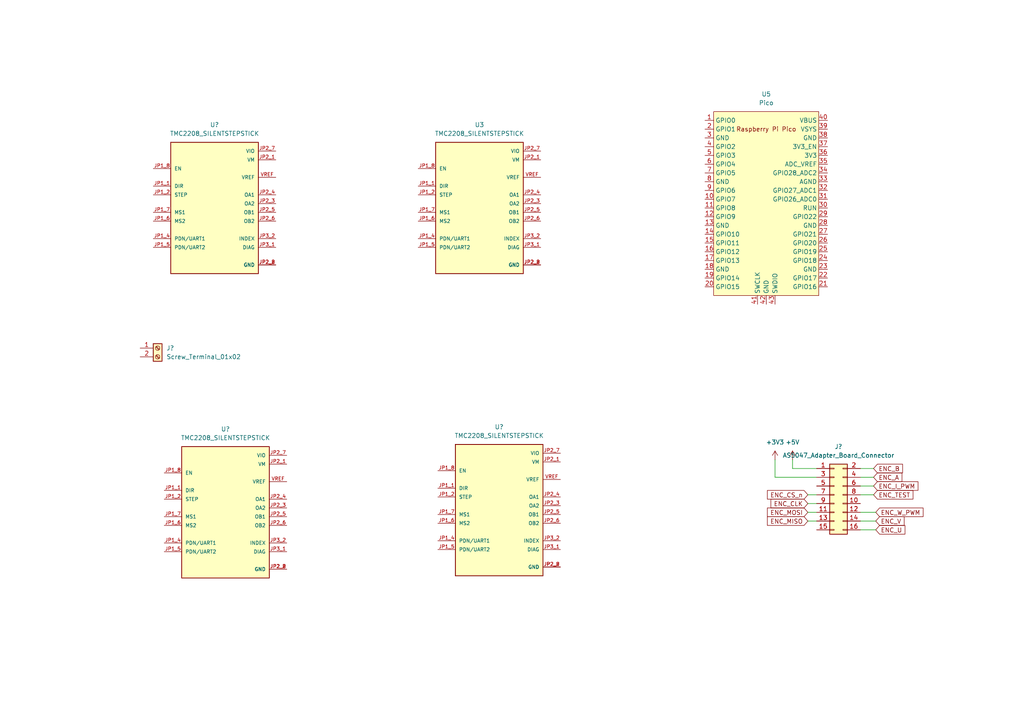
<source format=kicad_sch>
(kicad_sch (version 20211123) (generator eeschema)

  (uuid db16805b-3971-4a00-8713-9cc3e30b3bce)

  (paper "A4")

  (lib_symbols
    (symbol "Connector:Screw_Terminal_01x02" (pin_names (offset 1.016) hide) (in_bom yes) (on_board yes)
      (property "Reference" "J" (id 0) (at 0 2.54 0)
        (effects (font (size 1.27 1.27)))
      )
      (property "Value" "Screw_Terminal_01x02" (id 1) (at 0 -5.08 0)
        (effects (font (size 1.27 1.27)))
      )
      (property "Footprint" "" (id 2) (at 0 0 0)
        (effects (font (size 1.27 1.27)) hide)
      )
      (property "Datasheet" "~" (id 3) (at 0 0 0)
        (effects (font (size 1.27 1.27)) hide)
      )
      (property "ki_keywords" "screw terminal" (id 4) (at 0 0 0)
        (effects (font (size 1.27 1.27)) hide)
      )
      (property "ki_description" "Generic screw terminal, single row, 01x02, script generated (kicad-library-utils/schlib/autogen/connector/)" (id 5) (at 0 0 0)
        (effects (font (size 1.27 1.27)) hide)
      )
      (property "ki_fp_filters" "TerminalBlock*:*" (id 6) (at 0 0 0)
        (effects (font (size 1.27 1.27)) hide)
      )
      (symbol "Screw_Terminal_01x02_1_1"
        (rectangle (start -1.27 1.27) (end 1.27 -3.81)
          (stroke (width 0.254) (type default) (color 0 0 0 0))
          (fill (type background))
        )
        (circle (center 0 -2.54) (radius 0.635)
          (stroke (width 0.1524) (type default) (color 0 0 0 0))
          (fill (type none))
        )
        (polyline
          (pts
            (xy -0.5334 -2.2098)
            (xy 0.3302 -3.048)
          )
          (stroke (width 0.1524) (type default) (color 0 0 0 0))
          (fill (type none))
        )
        (polyline
          (pts
            (xy -0.5334 0.3302)
            (xy 0.3302 -0.508)
          )
          (stroke (width 0.1524) (type default) (color 0 0 0 0))
          (fill (type none))
        )
        (polyline
          (pts
            (xy -0.3556 -2.032)
            (xy 0.508 -2.8702)
          )
          (stroke (width 0.1524) (type default) (color 0 0 0 0))
          (fill (type none))
        )
        (polyline
          (pts
            (xy -0.3556 0.508)
            (xy 0.508 -0.3302)
          )
          (stroke (width 0.1524) (type default) (color 0 0 0 0))
          (fill (type none))
        )
        (circle (center 0 0) (radius 0.635)
          (stroke (width 0.1524) (type default) (color 0 0 0 0))
          (fill (type none))
        )
        (pin passive line (at -5.08 0 0) (length 3.81)
          (name "Pin_1" (effects (font (size 1.27 1.27))))
          (number "1" (effects (font (size 1.27 1.27))))
        )
        (pin passive line (at -5.08 -2.54 0) (length 3.81)
          (name "Pin_2" (effects (font (size 1.27 1.27))))
          (number "2" (effects (font (size 1.27 1.27))))
        )
      )
    )
    (symbol "Connector_Generic:Conn_02x08_Odd_Even" (pin_names (offset 1.016) hide) (in_bom yes) (on_board yes)
      (property "Reference" "J" (id 0) (at 1.27 10.16 0)
        (effects (font (size 1.27 1.27)))
      )
      (property "Value" "Conn_02x08_Odd_Even" (id 1) (at 1.27 -12.7 0)
        (effects (font (size 1.27 1.27)))
      )
      (property "Footprint" "" (id 2) (at 0 0 0)
        (effects (font (size 1.27 1.27)) hide)
      )
      (property "Datasheet" "~" (id 3) (at 0 0 0)
        (effects (font (size 1.27 1.27)) hide)
      )
      (property "ki_keywords" "connector" (id 4) (at 0 0 0)
        (effects (font (size 1.27 1.27)) hide)
      )
      (property "ki_description" "Generic connector, double row, 02x08, odd/even pin numbering scheme (row 1 odd numbers, row 2 even numbers), script generated (kicad-library-utils/schlib/autogen/connector/)" (id 5) (at 0 0 0)
        (effects (font (size 1.27 1.27)) hide)
      )
      (property "ki_fp_filters" "Connector*:*_2x??_*" (id 6) (at 0 0 0)
        (effects (font (size 1.27 1.27)) hide)
      )
      (symbol "Conn_02x08_Odd_Even_1_1"
        (rectangle (start -1.27 -10.033) (end 0 -10.287)
          (stroke (width 0.1524) (type default) (color 0 0 0 0))
          (fill (type none))
        )
        (rectangle (start -1.27 -7.493) (end 0 -7.747)
          (stroke (width 0.1524) (type default) (color 0 0 0 0))
          (fill (type none))
        )
        (rectangle (start -1.27 -4.953) (end 0 -5.207)
          (stroke (width 0.1524) (type default) (color 0 0 0 0))
          (fill (type none))
        )
        (rectangle (start -1.27 -2.413) (end 0 -2.667)
          (stroke (width 0.1524) (type default) (color 0 0 0 0))
          (fill (type none))
        )
        (rectangle (start -1.27 0.127) (end 0 -0.127)
          (stroke (width 0.1524) (type default) (color 0 0 0 0))
          (fill (type none))
        )
        (rectangle (start -1.27 2.667) (end 0 2.413)
          (stroke (width 0.1524) (type default) (color 0 0 0 0))
          (fill (type none))
        )
        (rectangle (start -1.27 5.207) (end 0 4.953)
          (stroke (width 0.1524) (type default) (color 0 0 0 0))
          (fill (type none))
        )
        (rectangle (start -1.27 7.747) (end 0 7.493)
          (stroke (width 0.1524) (type default) (color 0 0 0 0))
          (fill (type none))
        )
        (rectangle (start -1.27 8.89) (end 3.81 -11.43)
          (stroke (width 0.254) (type default) (color 0 0 0 0))
          (fill (type background))
        )
        (rectangle (start 3.81 -10.033) (end 2.54 -10.287)
          (stroke (width 0.1524) (type default) (color 0 0 0 0))
          (fill (type none))
        )
        (rectangle (start 3.81 -7.493) (end 2.54 -7.747)
          (stroke (width 0.1524) (type default) (color 0 0 0 0))
          (fill (type none))
        )
        (rectangle (start 3.81 -4.953) (end 2.54 -5.207)
          (stroke (width 0.1524) (type default) (color 0 0 0 0))
          (fill (type none))
        )
        (rectangle (start 3.81 -2.413) (end 2.54 -2.667)
          (stroke (width 0.1524) (type default) (color 0 0 0 0))
          (fill (type none))
        )
        (rectangle (start 3.81 0.127) (end 2.54 -0.127)
          (stroke (width 0.1524) (type default) (color 0 0 0 0))
          (fill (type none))
        )
        (rectangle (start 3.81 2.667) (end 2.54 2.413)
          (stroke (width 0.1524) (type default) (color 0 0 0 0))
          (fill (type none))
        )
        (rectangle (start 3.81 5.207) (end 2.54 4.953)
          (stroke (width 0.1524) (type default) (color 0 0 0 0))
          (fill (type none))
        )
        (rectangle (start 3.81 7.747) (end 2.54 7.493)
          (stroke (width 0.1524) (type default) (color 0 0 0 0))
          (fill (type none))
        )
        (pin passive line (at -5.08 7.62 0) (length 3.81)
          (name "Pin_1" (effects (font (size 1.27 1.27))))
          (number "1" (effects (font (size 1.27 1.27))))
        )
        (pin passive line (at 7.62 -2.54 180) (length 3.81)
          (name "Pin_10" (effects (font (size 1.27 1.27))))
          (number "10" (effects (font (size 1.27 1.27))))
        )
        (pin passive line (at -5.08 -5.08 0) (length 3.81)
          (name "Pin_11" (effects (font (size 1.27 1.27))))
          (number "11" (effects (font (size 1.27 1.27))))
        )
        (pin passive line (at 7.62 -5.08 180) (length 3.81)
          (name "Pin_12" (effects (font (size 1.27 1.27))))
          (number "12" (effects (font (size 1.27 1.27))))
        )
        (pin passive line (at -5.08 -7.62 0) (length 3.81)
          (name "Pin_13" (effects (font (size 1.27 1.27))))
          (number "13" (effects (font (size 1.27 1.27))))
        )
        (pin passive line (at 7.62 -7.62 180) (length 3.81)
          (name "Pin_14" (effects (font (size 1.27 1.27))))
          (number "14" (effects (font (size 1.27 1.27))))
        )
        (pin passive line (at -5.08 -10.16 0) (length 3.81)
          (name "Pin_15" (effects (font (size 1.27 1.27))))
          (number "15" (effects (font (size 1.27 1.27))))
        )
        (pin passive line (at 7.62 -10.16 180) (length 3.81)
          (name "Pin_16" (effects (font (size 1.27 1.27))))
          (number "16" (effects (font (size 1.27 1.27))))
        )
        (pin passive line (at 7.62 7.62 180) (length 3.81)
          (name "Pin_2" (effects (font (size 1.27 1.27))))
          (number "2" (effects (font (size 1.27 1.27))))
        )
        (pin passive line (at -5.08 5.08 0) (length 3.81)
          (name "Pin_3" (effects (font (size 1.27 1.27))))
          (number "3" (effects (font (size 1.27 1.27))))
        )
        (pin passive line (at 7.62 5.08 180) (length 3.81)
          (name "Pin_4" (effects (font (size 1.27 1.27))))
          (number "4" (effects (font (size 1.27 1.27))))
        )
        (pin passive line (at -5.08 2.54 0) (length 3.81)
          (name "Pin_5" (effects (font (size 1.27 1.27))))
          (number "5" (effects (font (size 1.27 1.27))))
        )
        (pin passive line (at 7.62 2.54 180) (length 3.81)
          (name "Pin_6" (effects (font (size 1.27 1.27))))
          (number "6" (effects (font (size 1.27 1.27))))
        )
        (pin passive line (at -5.08 0 0) (length 3.81)
          (name "Pin_7" (effects (font (size 1.27 1.27))))
          (number "7" (effects (font (size 1.27 1.27))))
        )
        (pin passive line (at 7.62 0 180) (length 3.81)
          (name "Pin_8" (effects (font (size 1.27 1.27))))
          (number "8" (effects (font (size 1.27 1.27))))
        )
        (pin passive line (at -5.08 -2.54 0) (length 3.81)
          (name "Pin_9" (effects (font (size 1.27 1.27))))
          (number "9" (effects (font (size 1.27 1.27))))
        )
      )
    )
    (symbol "birdyboard_library:Pico" (in_bom yes) (on_board yes)
      (property "Reference" "U" (id 0) (at -13.97 27.94 0)
        (effects (font (size 1.27 1.27)))
      )
      (property "Value" "Pico" (id 1) (at 0 19.05 0)
        (effects (font (size 1.27 1.27)))
      )
      (property "Footprint" "MCU_RaspberryPi_and_Boards:RPi_Pico_SMD_TH" (id 2) (at 0 0 90)
        (effects (font (size 1.27 1.27)) hide)
      )
      (property "Datasheet" "" (id 3) (at 0 0 0)
        (effects (font (size 1.27 1.27)) hide)
      )
      (symbol "Pico_0_0"
        (text "Raspberry Pi Pico" (at 0 21.59 0)
          (effects (font (size 1.27 1.27)))
        )
      )
      (symbol "Pico_0_1"
        (rectangle (start -15.24 26.67) (end 15.24 -26.67)
          (stroke (width 0) (type default) (color 0 0 0 0))
          (fill (type background))
        )
      )
      (symbol "Pico_1_1"
        (pin bidirectional line (at -17.78 24.13 0) (length 2.54)
          (name "GPIO0" (effects (font (size 1.27 1.27))))
          (number "1" (effects (font (size 1.27 1.27))))
        )
        (pin bidirectional line (at -17.78 1.27 0) (length 2.54)
          (name "GPIO7" (effects (font (size 1.27 1.27))))
          (number "10" (effects (font (size 1.27 1.27))))
        )
        (pin bidirectional line (at -17.78 -1.27 0) (length 2.54)
          (name "GPIO8" (effects (font (size 1.27 1.27))))
          (number "11" (effects (font (size 1.27 1.27))))
        )
        (pin bidirectional line (at -17.78 -3.81 0) (length 2.54)
          (name "GPIO9" (effects (font (size 1.27 1.27))))
          (number "12" (effects (font (size 1.27 1.27))))
        )
        (pin power_in line (at -17.78 -6.35 0) (length 2.54)
          (name "GND" (effects (font (size 1.27 1.27))))
          (number "13" (effects (font (size 1.27 1.27))))
        )
        (pin bidirectional line (at -17.78 -8.89 0) (length 2.54)
          (name "GPIO10" (effects (font (size 1.27 1.27))))
          (number "14" (effects (font (size 1.27 1.27))))
        )
        (pin bidirectional line (at -17.78 -11.43 0) (length 2.54)
          (name "GPIO11" (effects (font (size 1.27 1.27))))
          (number "15" (effects (font (size 1.27 1.27))))
        )
        (pin bidirectional line (at -17.78 -13.97 0) (length 2.54)
          (name "GPIO12" (effects (font (size 1.27 1.27))))
          (number "16" (effects (font (size 1.27 1.27))))
        )
        (pin bidirectional line (at -17.78 -16.51 0) (length 2.54)
          (name "GPIO13" (effects (font (size 1.27 1.27))))
          (number "17" (effects (font (size 1.27 1.27))))
        )
        (pin power_in line (at -17.78 -19.05 0) (length 2.54)
          (name "GND" (effects (font (size 1.27 1.27))))
          (number "18" (effects (font (size 1.27 1.27))))
        )
        (pin bidirectional line (at -17.78 -21.59 0) (length 2.54)
          (name "GPIO14" (effects (font (size 1.27 1.27))))
          (number "19" (effects (font (size 1.27 1.27))))
        )
        (pin bidirectional line (at -17.78 21.59 0) (length 2.54)
          (name "GPIO1" (effects (font (size 1.27 1.27))))
          (number "2" (effects (font (size 1.27 1.27))))
        )
        (pin bidirectional line (at -17.78 -24.13 0) (length 2.54)
          (name "GPIO15" (effects (font (size 1.27 1.27))))
          (number "20" (effects (font (size 1.27 1.27))))
        )
        (pin bidirectional line (at 17.78 -24.13 180) (length 2.54)
          (name "GPIO16" (effects (font (size 1.27 1.27))))
          (number "21" (effects (font (size 1.27 1.27))))
        )
        (pin bidirectional line (at 17.78 -21.59 180) (length 2.54)
          (name "GPIO17" (effects (font (size 1.27 1.27))))
          (number "22" (effects (font (size 1.27 1.27))))
        )
        (pin power_in line (at 17.78 -19.05 180) (length 2.54)
          (name "GND" (effects (font (size 1.27 1.27))))
          (number "23" (effects (font (size 1.27 1.27))))
        )
        (pin bidirectional line (at 17.78 -16.51 180) (length 2.54)
          (name "GPIO18" (effects (font (size 1.27 1.27))))
          (number "24" (effects (font (size 1.27 1.27))))
        )
        (pin bidirectional line (at 17.78 -13.97 180) (length 2.54)
          (name "GPIO19" (effects (font (size 1.27 1.27))))
          (number "25" (effects (font (size 1.27 1.27))))
        )
        (pin bidirectional line (at 17.78 -11.43 180) (length 2.54)
          (name "GPIO20" (effects (font (size 1.27 1.27))))
          (number "26" (effects (font (size 1.27 1.27))))
        )
        (pin bidirectional line (at 17.78 -8.89 180) (length 2.54)
          (name "GPIO21" (effects (font (size 1.27 1.27))))
          (number "27" (effects (font (size 1.27 1.27))))
        )
        (pin power_in line (at 17.78 -6.35 180) (length 2.54)
          (name "GND" (effects (font (size 1.27 1.27))))
          (number "28" (effects (font (size 1.27 1.27))))
        )
        (pin bidirectional line (at 17.78 -3.81 180) (length 2.54)
          (name "GPIO22" (effects (font (size 1.27 1.27))))
          (number "29" (effects (font (size 1.27 1.27))))
        )
        (pin power_in line (at -17.78 19.05 0) (length 2.54)
          (name "GND" (effects (font (size 1.27 1.27))))
          (number "3" (effects (font (size 1.27 1.27))))
        )
        (pin input line (at 17.78 -1.27 180) (length 2.54)
          (name "RUN" (effects (font (size 1.27 1.27))))
          (number "30" (effects (font (size 1.27 1.27))))
        )
        (pin bidirectional line (at 17.78 1.27 180) (length 2.54)
          (name "GPIO26_ADC0" (effects (font (size 1.27 1.27))))
          (number "31" (effects (font (size 1.27 1.27))))
        )
        (pin bidirectional line (at 17.78 3.81 180) (length 2.54)
          (name "GPIO27_ADC1" (effects (font (size 1.27 1.27))))
          (number "32" (effects (font (size 1.27 1.27))))
        )
        (pin power_in line (at 17.78 6.35 180) (length 2.54)
          (name "AGND" (effects (font (size 1.27 1.27))))
          (number "33" (effects (font (size 1.27 1.27))))
        )
        (pin bidirectional line (at 17.78 8.89 180) (length 2.54)
          (name "GPIO28_ADC2" (effects (font (size 1.27 1.27))))
          (number "34" (effects (font (size 1.27 1.27))))
        )
        (pin power_in line (at 17.78 11.43 180) (length 2.54)
          (name "ADC_VREF" (effects (font (size 1.27 1.27))))
          (number "35" (effects (font (size 1.27 1.27))))
        )
        (pin power_in line (at 17.78 13.97 180) (length 2.54)
          (name "3V3" (effects (font (size 1.27 1.27))))
          (number "36" (effects (font (size 1.27 1.27))))
        )
        (pin input line (at 17.78 16.51 180) (length 2.54)
          (name "3V3_EN" (effects (font (size 1.27 1.27))))
          (number "37" (effects (font (size 1.27 1.27))))
        )
        (pin bidirectional line (at 17.78 19.05 180) (length 2.54)
          (name "GND" (effects (font (size 1.27 1.27))))
          (number "38" (effects (font (size 1.27 1.27))))
        )
        (pin power_in line (at 17.78 21.59 180) (length 2.54)
          (name "VSYS" (effects (font (size 1.27 1.27))))
          (number "39" (effects (font (size 1.27 1.27))))
        )
        (pin bidirectional line (at -17.78 16.51 0) (length 2.54)
          (name "GPIO2" (effects (font (size 1.27 1.27))))
          (number "4" (effects (font (size 1.27 1.27))))
        )
        (pin power_in line (at 17.78 24.13 180) (length 2.54)
          (name "VBUS" (effects (font (size 1.27 1.27))))
          (number "40" (effects (font (size 1.27 1.27))))
        )
        (pin input line (at -2.54 -29.21 90) (length 2.54)
          (name "SWCLK" (effects (font (size 1.27 1.27))))
          (number "41" (effects (font (size 1.27 1.27))))
        )
        (pin power_in line (at 0 -29.21 90) (length 2.54)
          (name "GND" (effects (font (size 1.27 1.27))))
          (number "42" (effects (font (size 1.27 1.27))))
        )
        (pin bidirectional line (at 2.54 -29.21 90) (length 2.54)
          (name "SWDIO" (effects (font (size 1.27 1.27))))
          (number "43" (effects (font (size 1.27 1.27))))
        )
        (pin bidirectional line (at -17.78 13.97 0) (length 2.54)
          (name "GPIO3" (effects (font (size 1.27 1.27))))
          (number "5" (effects (font (size 1.27 1.27))))
        )
        (pin bidirectional line (at -17.78 11.43 0) (length 2.54)
          (name "GPIO4" (effects (font (size 1.27 1.27))))
          (number "6" (effects (font (size 1.27 1.27))))
        )
        (pin bidirectional line (at -17.78 8.89 0) (length 2.54)
          (name "GPIO5" (effects (font (size 1.27 1.27))))
          (number "7" (effects (font (size 1.27 1.27))))
        )
        (pin power_in line (at -17.78 6.35 0) (length 2.54)
          (name "GND" (effects (font (size 1.27 1.27))))
          (number "8" (effects (font (size 1.27 1.27))))
        )
        (pin bidirectional line (at -17.78 3.81 0) (length 2.54)
          (name "GPIO6" (effects (font (size 1.27 1.27))))
          (number "9" (effects (font (size 1.27 1.27))))
        )
      )
    )
    (symbol "birdyboard_library:TMC2208_SILENTSTEPSTICK" (pin_names (offset 1.016)) (in_bom yes) (on_board yes)
      (property "Reference" "U" (id 0) (at -12.7 19.05 0)
        (effects (font (size 1.27 1.27)) (justify left bottom))
      )
      (property "Value" "TMC2208_SILENTSTEPSTICK" (id 1) (at -12.7 -22.86 0)
        (effects (font (size 1.27 1.27)) (justify left bottom))
      )
      (property "Footprint" "MODULE_TMC2208_SILENTSTEPSTICK" (id 2) (at 0 0 0)
        (effects (font (size 1.27 1.27)) (justify left bottom) hide)
      )
      (property "Datasheet" "" (id 3) (at 0 0 0)
        (effects (font (size 1.27 1.27)) (justify left bottom) hide)
      )
      (property "MANUFACTURER" "Trinamic Motion" (id 4) (at 0 0 0)
        (effects (font (size 1.27 1.27)) (justify left bottom) hide)
      )
      (property "ki_locked" "" (id 5) (at 0 0 0)
        (effects (font (size 1.27 1.27)))
      )
      (symbol "TMC2208_SILENTSTEPSTICK_0_0"
        (rectangle (start -12.7 -20.32) (end 12.7 17.78)
          (stroke (width 0.254) (type default) (color 0 0 0 0))
          (fill (type background))
        )
        (pin input line (at -17.78 5.08 0) (length 5.08)
          (name "DIR" (effects (font (size 1.016 1.016))))
          (number "JP1_1" (effects (font (size 1.016 1.016))))
        )
        (pin input line (at -17.78 2.54 0) (length 5.08)
          (name "STEP" (effects (font (size 1.016 1.016))))
          (number "JP1_2" (effects (font (size 1.016 1.016))))
        )
        (pin bidirectional line (at -17.78 -10.16 0) (length 5.08)
          (name "PDN/UART1" (effects (font (size 1.016 1.016))))
          (number "JP1_4" (effects (font (size 1.016 1.016))))
        )
        (pin bidirectional line (at -17.78 -12.7 0) (length 5.08)
          (name "PDN/UART2" (effects (font (size 1.016 1.016))))
          (number "JP1_5" (effects (font (size 1.016 1.016))))
        )
        (pin input line (at -17.78 -5.08 0) (length 5.08)
          (name "MS2" (effects (font (size 1.016 1.016))))
          (number "JP1_6" (effects (font (size 1.016 1.016))))
        )
        (pin input line (at -17.78 -2.54 0) (length 5.08)
          (name "MS1" (effects (font (size 1.016 1.016))))
          (number "JP1_7" (effects (font (size 1.016 1.016))))
        )
        (pin input line (at -17.78 10.16 0) (length 5.08)
          (name "EN" (effects (font (size 1.016 1.016))))
          (number "JP1_8" (effects (font (size 1.016 1.016))))
        )
        (pin power_in line (at 17.78 12.7 180) (length 5.08)
          (name "VM" (effects (font (size 1.016 1.016))))
          (number "JP2_1" (effects (font (size 1.016 1.016))))
        )
        (pin power_in line (at 17.78 -17.78 180) (length 5.08)
          (name "GND" (effects (font (size 1.016 1.016))))
          (number "JP2_2" (effects (font (size 1.016 1.016))))
        )
        (pin passive line (at 17.78 0 180) (length 5.08)
          (name "OA2" (effects (font (size 1.016 1.016))))
          (number "JP2_3" (effects (font (size 1.016 1.016))))
        )
        (pin passive line (at 17.78 2.54 180) (length 5.08)
          (name "OA1" (effects (font (size 1.016 1.016))))
          (number "JP2_4" (effects (font (size 1.016 1.016))))
        )
        (pin passive line (at 17.78 -2.54 180) (length 5.08)
          (name "OB1" (effects (font (size 1.016 1.016))))
          (number "JP2_5" (effects (font (size 1.016 1.016))))
        )
        (pin passive line (at 17.78 -5.08 180) (length 5.08)
          (name "OB2" (effects (font (size 1.016 1.016))))
          (number "JP2_6" (effects (font (size 1.016 1.016))))
        )
        (pin power_in line (at 17.78 15.24 180) (length 5.08)
          (name "VIO" (effects (font (size 1.016 1.016))))
          (number "JP2_7" (effects (font (size 1.016 1.016))))
        )
        (pin power_in line (at 17.78 -17.78 180) (length 5.08)
          (name "GND" (effects (font (size 1.016 1.016))))
          (number "JP2_8" (effects (font (size 1.016 1.016))))
        )
        (pin output line (at 17.78 -12.7 180) (length 5.08)
          (name "DIAG" (effects (font (size 1.016 1.016))))
          (number "JP3_1" (effects (font (size 1.016 1.016))))
        )
        (pin output line (at 17.78 -10.16 180) (length 5.08)
          (name "INDEX" (effects (font (size 1.016 1.016))))
          (number "JP3_2" (effects (font (size 1.016 1.016))))
        )
        (pin passive line (at 17.78 7.62 180) (length 5.08)
          (name "VREF" (effects (font (size 1.016 1.016))))
          (number "VREF" (effects (font (size 1.016 1.016))))
        )
      )
    )
    (symbol "power:+3.3V" (power) (pin_names (offset 0)) (in_bom yes) (on_board yes)
      (property "Reference" "#PWR" (id 0) (at 0 -3.81 0)
        (effects (font (size 1.27 1.27)) hide)
      )
      (property "Value" "+3.3V" (id 1) (at 0 3.556 0)
        (effects (font (size 1.27 1.27)))
      )
      (property "Footprint" "" (id 2) (at 0 0 0)
        (effects (font (size 1.27 1.27)) hide)
      )
      (property "Datasheet" "" (id 3) (at 0 0 0)
        (effects (font (size 1.27 1.27)) hide)
      )
      (property "ki_keywords" "power-flag" (id 4) (at 0 0 0)
        (effects (font (size 1.27 1.27)) hide)
      )
      (property "ki_description" "Power symbol creates a global label with name \"+3.3V\"" (id 5) (at 0 0 0)
        (effects (font (size 1.27 1.27)) hide)
      )
      (symbol "+3.3V_0_1"
        (polyline
          (pts
            (xy -0.762 1.27)
            (xy 0 2.54)
          )
          (stroke (width 0) (type default) (color 0 0 0 0))
          (fill (type none))
        )
        (polyline
          (pts
            (xy 0 0)
            (xy 0 2.54)
          )
          (stroke (width 0) (type default) (color 0 0 0 0))
          (fill (type none))
        )
        (polyline
          (pts
            (xy 0 2.54)
            (xy 0.762 1.27)
          )
          (stroke (width 0) (type default) (color 0 0 0 0))
          (fill (type none))
        )
      )
      (symbol "+3.3V_1_1"
        (pin power_in line (at 0 0 90) (length 0) hide
          (name "+3V3" (effects (font (size 1.27 1.27))))
          (number "1" (effects (font (size 1.27 1.27))))
        )
      )
    )
    (symbol "power:+5V" (power) (pin_names (offset 0)) (in_bom yes) (on_board yes)
      (property "Reference" "#PWR" (id 0) (at 0 -3.81 0)
        (effects (font (size 1.27 1.27)) hide)
      )
      (property "Value" "+5V" (id 1) (at 0 3.556 0)
        (effects (font (size 1.27 1.27)))
      )
      (property "Footprint" "" (id 2) (at 0 0 0)
        (effects (font (size 1.27 1.27)) hide)
      )
      (property "Datasheet" "" (id 3) (at 0 0 0)
        (effects (font (size 1.27 1.27)) hide)
      )
      (property "ki_keywords" "power-flag" (id 4) (at 0 0 0)
        (effects (font (size 1.27 1.27)) hide)
      )
      (property "ki_description" "Power symbol creates a global label with name \"+5V\"" (id 5) (at 0 0 0)
        (effects (font (size 1.27 1.27)) hide)
      )
      (symbol "+5V_0_1"
        (polyline
          (pts
            (xy -0.762 1.27)
            (xy 0 2.54)
          )
          (stroke (width 0) (type default) (color 0 0 0 0))
          (fill (type none))
        )
        (polyline
          (pts
            (xy 0 0)
            (xy 0 2.54)
          )
          (stroke (width 0) (type default) (color 0 0 0 0))
          (fill (type none))
        )
        (polyline
          (pts
            (xy 0 2.54)
            (xy 0.762 1.27)
          )
          (stroke (width 0) (type default) (color 0 0 0 0))
          (fill (type none))
        )
      )
      (symbol "+5V_1_1"
        (pin power_in line (at 0 0 90) (length 0) hide
          (name "+5V" (effects (font (size 1.27 1.27))))
          (number "1" (effects (font (size 1.27 1.27))))
        )
      )
    )
  )


  (wire (pts (xy 249.555 140.97) (xy 253.365 140.97))
    (stroke (width 0) (type default) (color 0 0 0 0))
    (uuid 032ff916-7b5d-49b7-b142-d0a5a9a4ddb0)
  )
  (wire (pts (xy 249.555 153.67) (xy 254 153.67))
    (stroke (width 0) (type default) (color 0 0 0 0))
    (uuid 09ffed01-d40d-4b45-b216-0d5c499dbfdf)
  )
  (wire (pts (xy 249.555 148.59) (xy 254 148.59))
    (stroke (width 0) (type default) (color 0 0 0 0))
    (uuid 0de398b7-3f9b-49be-a9e6-144692652e73)
  )
  (wire (pts (xy 234.315 146.05) (xy 236.855 146.05))
    (stroke (width 0) (type default) (color 0 0 0 0))
    (uuid 24b1b4e7-3007-43ae-8ac8-dfa24ea3d21d)
  )
  (wire (pts (xy 249.555 151.13) (xy 254 151.13))
    (stroke (width 0) (type default) (color 0 0 0 0))
    (uuid 4242bea8-7208-4d09-9c21-53f7c7376a76)
  )
  (wire (pts (xy 249.555 143.51) (xy 253.365 143.51))
    (stroke (width 0) (type default) (color 0 0 0 0))
    (uuid 447c558c-911d-4b79-8e08-76b245b4917a)
  )
  (wire (pts (xy 249.555 138.43) (xy 253.365 138.43))
    (stroke (width 0) (type default) (color 0 0 0 0))
    (uuid 5adfa564-011e-4a12-8859-deffc2a0e089)
  )
  (wire (pts (xy 236.855 135.89) (xy 229.87 135.89))
    (stroke (width 0) (type default) (color 0 0 0 0))
    (uuid 61999d92-2e5f-40c7-b5d9-b8a8f065b953)
  )
  (wire (pts (xy 249.555 135.89) (xy 253.365 135.89))
    (stroke (width 0) (type default) (color 0 0 0 0))
    (uuid 89dc1d95-9bc3-4c6e-8ed5-b1ddd80d0a5f)
  )
  (wire (pts (xy 234.315 143.51) (xy 236.855 143.51))
    (stroke (width 0) (type default) (color 0 0 0 0))
    (uuid 8bc4232b-d531-4586-83da-9fe48c419417)
  )
  (wire (pts (xy 224.79 138.43) (xy 224.79 133.35))
    (stroke (width 0) (type default) (color 0 0 0 0))
    (uuid 9fc75f49-8744-4a22-be9e-3025553c6c34)
  )
  (wire (pts (xy 229.87 135.89) (xy 229.87 133.35))
    (stroke (width 0) (type default) (color 0 0 0 0))
    (uuid c0d6ffee-791d-4def-b7df-cedf3d39dcd4)
  )
  (wire (pts (xy 234.315 148.59) (xy 236.855 148.59))
    (stroke (width 0) (type default) (color 0 0 0 0))
    (uuid c3efec42-d126-46aa-a77d-8a34b2a75670)
  )
  (wire (pts (xy 234.315 151.13) (xy 236.855 151.13))
    (stroke (width 0) (type default) (color 0 0 0 0))
    (uuid d5c10d34-5ae0-4a6b-bad8-d4ed4b393fc8)
  )
  (wire (pts (xy 236.855 138.43) (xy 224.79 138.43))
    (stroke (width 0) (type default) (color 0 0 0 0))
    (uuid e32fd503-5f22-4a14-9945-44030953c511)
  )

  (global_label "ENC_TEST" (shape input) (at 253.365 143.51 0) (fields_autoplaced)
    (effects (font (size 1.27 1.27)) (justify left))
    (uuid 25eceb19-a6b1-492e-8cca-eb9e97b57e6f)
    (property "Intersheet References" "${INTERSHEET_REFS}" (id 0) (at 264.7891 143.4306 0)
      (effects (font (size 1.27 1.27)) (justify left) hide)
    )
  )
  (global_label "ENC_U" (shape input) (at 254 153.67 0) (fields_autoplaced)
    (effects (font (size 1.27 1.27)) (justify left))
    (uuid 2ae7cba4-a7b1-4c92-b6a2-f386cab06703)
    (property "Intersheet References" "${INTERSHEET_REFS}" (id 0) (at 262.4607 153.5906 0)
      (effects (font (size 1.27 1.27)) (justify left) hide)
    )
  )
  (global_label "ENC_MISO" (shape input) (at 234.315 151.13 180) (fields_autoplaced)
    (effects (font (size 1.27 1.27)) (justify right))
    (uuid 4682656d-9e37-4774-868c-10502eec6c90)
    (property "Intersheet References" "${INTERSHEET_REFS}" (id 0) (at 222.5886 151.0506 0)
      (effects (font (size 1.27 1.27)) (justify right) hide)
    )
  )
  (global_label "ENC_CLK" (shape input) (at 234.315 146.05 180) (fields_autoplaced)
    (effects (font (size 1.27 1.27)) (justify right))
    (uuid 53cd6fe7-9fad-4ab1-896d-8bc104fb96e0)
    (property "Intersheet References" "${INTERSHEET_REFS}" (id 0) (at 223.6167 145.9706 0)
      (effects (font (size 1.27 1.27)) (justify right) hide)
    )
  )
  (global_label "ENC_V" (shape input) (at 254 151.13 0) (fields_autoplaced)
    (effects (font (size 1.27 1.27)) (justify left))
    (uuid b3cc20c3-5908-4dee-ae26-b4ba5885759b)
    (property "Intersheet References" "${INTERSHEET_REFS}" (id 0) (at 262.2188 151.0506 0)
      (effects (font (size 1.27 1.27)) (justify left) hide)
    )
  )
  (global_label "ENC_A" (shape input) (at 253.365 138.43 0) (fields_autoplaced)
    (effects (font (size 1.27 1.27)) (justify left))
    (uuid b790a872-0357-454e-b5fe-417547b4eb1c)
    (property "Intersheet References" "${INTERSHEET_REFS}" (id 0) (at 261.5838 138.3506 0)
      (effects (font (size 1.27 1.27)) (justify left) hide)
    )
  )
  (global_label "ENC_CS_n" (shape input) (at 234.315 143.51 180) (fields_autoplaced)
    (effects (font (size 1.27 1.27)) (justify right))
    (uuid bc938973-e6ea-450c-84f2-38ff59bac62e)
    (property "Intersheet References" "${INTERSHEET_REFS}" (id 0) (at 222.5886 143.4306 0)
      (effects (font (size 1.27 1.27)) (justify right) hide)
    )
  )
  (global_label "ENC_MOSI" (shape input) (at 234.315 148.59 180) (fields_autoplaced)
    (effects (font (size 1.27 1.27)) (justify right))
    (uuid d65d0e29-8e5a-43c3-9ade-42b3fae0b23a)
    (property "Intersheet References" "${INTERSHEET_REFS}" (id 0) (at 222.5886 148.5106 0)
      (effects (font (size 1.27 1.27)) (justify right) hide)
    )
  )
  (global_label "ENC_I_PWM" (shape input) (at 253.365 140.97 0) (fields_autoplaced)
    (effects (font (size 1.27 1.27)) (justify left))
    (uuid e1983b44-0ea3-4cf4-a915-0f5d720e5c88)
    (property "Intersheet References" "${INTERSHEET_REFS}" (id 0) (at 266.2405 140.8906 0)
      (effects (font (size 1.27 1.27)) (justify left) hide)
    )
  )
  (global_label "ENC_W_PWM" (shape input) (at 254 148.59 0) (fields_autoplaced)
    (effects (font (size 1.27 1.27)) (justify left))
    (uuid eae29d76-b606-4232-839a-e324a5e8fb9b)
    (property "Intersheet References" "${INTERSHEET_REFS}" (id 0) (at 267.7221 148.5106 0)
      (effects (font (size 1.27 1.27)) (justify left) hide)
    )
  )
  (global_label "ENC_B" (shape input) (at 253.365 135.89 0) (fields_autoplaced)
    (effects (font (size 1.27 1.27)) (justify left))
    (uuid f3269157-290f-42d2-ad85-a243e0c16d86)
    (property "Intersheet References" "${INTERSHEET_REFS}" (id 0) (at 261.7652 135.8106 0)
      (effects (font (size 1.27 1.27)) (justify left) hide)
    )
  )

  (symbol (lib_id "birdyboard_library:TMC2208_SILENTSTEPSTICK") (at 139.065 59.055 0) (unit 1)
    (in_bom yes) (on_board yes) (fields_autoplaced)
    (uuid 1b7241dd-50c0-4ea4-b9e4-398fecb92930)
    (property "Reference" "U3" (id 0) (at 139.065 36.195 0))
    (property "Value" "TMC2208_SILENTSTEPSTICK" (id 1) (at 139.065 38.735 0))
    (property "Footprint" "birdyboard:TMC2208_SILENTSTEPSTICK" (id 2) (at 139.065 59.055 0)
      (effects (font (size 1.27 1.27)) (justify left bottom) hide)
    )
    (property "Datasheet" "" (id 3) (at 139.065 59.055 0)
      (effects (font (size 1.27 1.27)) (justify left bottom) hide)
    )
    (property "MANUFACTURER" "Trinamic Motion" (id 4) (at 139.065 59.055 0)
      (effects (font (size 1.27 1.27)) (justify left bottom) hide)
    )
    (pin "JP1_1" (uuid 8c02c9b4-046a-40f3-9895-d81d6aaccd59))
    (pin "JP1_2" (uuid 05b5ff24-1591-4f9f-adaf-9381439622a8))
    (pin "JP1_4" (uuid 13e2f6cb-5739-4608-84b4-f65eea7b385b))
    (pin "JP1_5" (uuid 66c608c2-5d0a-4ccb-b8ab-491c0f899674))
    (pin "JP1_6" (uuid 1df36faa-dc9d-4369-a2bc-249338126e42))
    (pin "JP1_7" (uuid af908a49-218a-4836-9ce3-d50ff39363db))
    (pin "JP1_8" (uuid 97dd9ec1-7443-47fe-8a97-fc48c5fedd62))
    (pin "JP2_1" (uuid 0d091551-9247-4098-9413-13256134dc8f))
    (pin "JP2_2" (uuid 76ef3ef0-9b08-4999-91ae-95ade0786f25))
    (pin "JP2_3" (uuid 1388979c-277d-4256-b3b8-44ad09e0317c))
    (pin "JP2_4" (uuid b3de3185-7bd4-4dbe-b545-3e49a6078e0f))
    (pin "JP2_5" (uuid e0835f17-2ab5-427a-b173-daa8e4c464ad))
    (pin "JP2_6" (uuid daf22914-0d36-42b8-99f4-340169231211))
    (pin "JP2_7" (uuid 0cb8b29a-a295-4704-a94d-335e61fd2c0d))
    (pin "JP2_8" (uuid 036c17b4-300a-4ca3-a9a8-8c26ad4e68a4))
    (pin "JP3_1" (uuid 0785d861-3b28-4ecc-a1d7-d7519c664dd6))
    (pin "JP3_2" (uuid 291fb6de-58b9-48b4-9ac1-30dce664e37f))
    (pin "VREF" (uuid 9c07c020-2c4b-42ce-9930-d63d67afe6d0))
  )

  (symbol (lib_id "Connector:Screw_Terminal_01x02") (at 45.72 100.965 0) (unit 1)
    (in_bom yes) (on_board yes) (fields_autoplaced)
    (uuid 1d257dac-277d-4b80-9286-dd0e04ef5f8d)
    (property "Reference" "J?" (id 0) (at 48.26 100.9649 0)
      (effects (font (size 1.27 1.27)) (justify left))
    )
    (property "Value" "Screw_Terminal_01x02" (id 1) (at 48.26 103.5049 0)
      (effects (font (size 1.27 1.27)) (justify left))
    )
    (property "Footprint" "birdyboard:CUI_TBP01R2-508-02BE" (id 2) (at 45.72 100.965 0)
      (effects (font (size 1.27 1.27)) hide)
    )
    (property "Datasheet" "~" (id 3) (at 45.72 100.965 0)
      (effects (font (size 1.27 1.27)) hide)
    )
    (pin "1" (uuid ffd14834-2b79-4793-b6a7-cf98fa5ae3fc))
    (pin "2" (uuid deb79c54-bdf6-40d0-8e43-a9c1e0e5de20))
  )

  (symbol (lib_id "birdyboard_library:TMC2208_SILENTSTEPSTICK") (at 65.405 147.32 0) (unit 1)
    (in_bom yes) (on_board yes) (fields_autoplaced)
    (uuid 344822b8-0c78-4832-98d5-254b8b20341d)
    (property "Reference" "U?" (id 0) (at 65.405 124.46 0))
    (property "Value" "TMC2208_SILENTSTEPSTICK" (id 1) (at 65.405 127 0))
    (property "Footprint" "birdyboard:TMC2208_SILENTSTEPSTICK" (id 2) (at 65.405 147.32 0)
      (effects (font (size 1.27 1.27)) (justify left bottom) hide)
    )
    (property "Datasheet" "" (id 3) (at 65.405 147.32 0)
      (effects (font (size 1.27 1.27)) (justify left bottom) hide)
    )
    (property "MANUFACTURER" "Trinamic Motion" (id 4) (at 65.405 147.32 0)
      (effects (font (size 1.27 1.27)) (justify left bottom) hide)
    )
    (pin "JP1_1" (uuid 9492734a-2fd2-4cc2-bd9d-ec30bc19c5c6))
    (pin "JP1_2" (uuid 563b1b92-e133-4565-b674-51817ef60b0f))
    (pin "JP1_4" (uuid 7eb111e0-65d8-4d33-99f0-e34520de7006))
    (pin "JP1_5" (uuid 3fbd3ddc-be36-4d39-be93-4cd37381c03c))
    (pin "JP1_6" (uuid fadd0f89-4389-4e62-a218-b5fc851876b7))
    (pin "JP1_7" (uuid 682d63b2-cfbe-4d64-8539-12a03a94f6bc))
    (pin "JP1_8" (uuid 49ed4397-478b-4172-b179-b727a3f14bdb))
    (pin "JP2_1" (uuid ace737bc-d1f4-45aa-999d-8cacd147ebb0))
    (pin "JP2_2" (uuid ef755154-c6c2-4150-8e7d-77a44053f58d))
    (pin "JP2_3" (uuid ac0ec3ff-523a-4828-8203-4b67d0ba1942))
    (pin "JP2_4" (uuid 7d9ff17b-58b9-4b39-b646-5ba2bbd844b9))
    (pin "JP2_5" (uuid cf5f0024-cf07-44e2-938b-9db8194914ce))
    (pin "JP2_6" (uuid c26c6b93-5729-43aa-9cd9-95d8a0d40a6e))
    (pin "JP2_7" (uuid 01096963-0aa4-4ea4-b1bc-412eda91a3c5))
    (pin "JP2_8" (uuid 4eea2048-1a2c-4c7a-96ee-f96881d6a7e8))
    (pin "JP3_1" (uuid b2704b06-eee7-420e-a58c-a1a8366c05b6))
    (pin "JP3_2" (uuid c28ece4f-1647-41aa-8c04-b0a95f395786))
    (pin "VREF" (uuid 028d5b01-ba65-4ae3-a8f1-189ff3de7f96))
  )

  (symbol (lib_id "Connector_Generic:Conn_02x08_Odd_Even") (at 241.935 143.51 0) (unit 1)
    (in_bom yes) (on_board yes) (fields_autoplaced)
    (uuid 3bced514-7c6a-4929-a2f4-97c9dfd34def)
    (property "Reference" "J?" (id 0) (at 243.205 129.54 0))
    (property "Value" "AS5047_Adapter_Board_Connector" (id 1) (at 243.205 132.08 0))
    (property "Footprint" "" (id 2) (at 241.935 143.51 0)
      (effects (font (size 1.27 1.27)) hide)
    )
    (property "Datasheet" "~" (id 3) (at 241.935 143.51 0)
      (effects (font (size 1.27 1.27)) hide)
    )
    (pin "1" (uuid 5338134d-a05d-4ad9-9bd6-6a3cccd5d5a9))
    (pin "10" (uuid 3850e2d4-b49e-4213-938e-107014b88c2f))
    (pin "11" (uuid 5379d081-922a-4828-9d43-7b2f2572d06c))
    (pin "12" (uuid 5d9cc826-4756-4365-b769-24e883398d0a))
    (pin "13" (uuid 97db24fe-c1f7-4f86-9060-dc632af2d885))
    (pin "14" (uuid 2edba9d3-c333-4296-851f-3df46822dd7b))
    (pin "15" (uuid 56d5d2e4-dbd9-4665-9c2f-4cd76f3e3bd2))
    (pin "16" (uuid efb5ebae-d680-4d30-add6-fa2b005bc2e3))
    (pin "2" (uuid 9d29d03c-427b-4b84-bf4f-2d6f7ba5364a))
    (pin "3" (uuid b4796a06-5ec1-4b7e-a305-c6447cc5c644))
    (pin "4" (uuid 04b9ebfa-2699-4160-9e9c-0c509052f4c5))
    (pin "5" (uuid c6505e92-8e90-436d-b6f5-959c6248d156))
    (pin "6" (uuid d432cbe6-4998-44d8-87df-626563ccc34f))
    (pin "7" (uuid d82759b1-57a0-4293-812e-59347193bfc5))
    (pin "8" (uuid c71e1710-20a1-4e33-88ae-549fb47faa61))
    (pin "9" (uuid 0f0d22b0-c2a7-436a-931c-fa4be6782d48))
  )

  (symbol (lib_id "birdyboard_library:Pico") (at 222.25 59.055 0) (unit 1)
    (in_bom yes) (on_board yes) (fields_autoplaced)
    (uuid 5c28b9b9-20a8-48b6-ba53-d717d342083f)
    (property "Reference" "U5" (id 0) (at 222.25 27.305 0))
    (property "Value" "Pico" (id 1) (at 222.25 29.845 0))
    (property "Footprint" "MCU_RaspberryPi_and_Boards:RPi_Pico_SMD_TH" (id 2) (at 222.25 59.055 90)
      (effects (font (size 1.27 1.27)) hide)
    )
    (property "Datasheet" "" (id 3) (at 222.25 59.055 0)
      (effects (font (size 1.27 1.27)) hide)
    )
    (pin "1" (uuid 8612ab63-9425-4e31-9ba9-6bbbe5808032))
    (pin "10" (uuid 18a5ef8a-b3af-4880-9f7a-377d3167e82a))
    (pin "11" (uuid d76541ac-f81f-458e-9530-b2e4febb95b9))
    (pin "12" (uuid 23164d72-f19b-439c-b0c0-30a33b68d2bc))
    (pin "13" (uuid 9bf78e9b-b0f4-44da-b0a9-207fc08a70d5))
    (pin "14" (uuid 3b5aa554-5cd3-4567-9375-aef808dbae58))
    (pin "15" (uuid d0ba04ff-568a-4f17-b70b-adadef09d16e))
    (pin "16" (uuid 3b22e9aa-7bf7-43fa-b0e1-37801eddb683))
    (pin "17" (uuid c2173756-8c7b-4349-9457-e8a814389a4f))
    (pin "18" (uuid 27443f0a-4928-406b-bad5-c8f633205208))
    (pin "19" (uuid f3bf5c3b-d915-40fb-a62d-6b3db66d8d83))
    (pin "2" (uuid a655c09b-b145-47f4-8c5a-3aa37d7a8402))
    (pin "20" (uuid fe33347e-ebd0-47ad-9e46-022732e8e97c))
    (pin "21" (uuid 50f7cf0f-2063-4841-927f-5c35f29b60da))
    (pin "22" (uuid 6efcee6e-38fe-4a4a-98ce-52c3dff06f44))
    (pin "23" (uuid 3008448a-16fa-4b89-96f8-a368e39d1b19))
    (pin "24" (uuid d568ee50-9107-4b74-a3b4-a4496c23853b))
    (pin "25" (uuid 3737e602-bad6-4b04-b515-cd3c44f33a61))
    (pin "26" (uuid 64326201-c99a-428d-a3ec-80890a551c25))
    (pin "27" (uuid c5e3973b-926f-4210-99e7-2246db663255))
    (pin "28" (uuid 8655c590-81e8-4bf4-b41b-3d4a12a895c1))
    (pin "29" (uuid 438fdd90-1fdc-4437-9390-1031b6ded11e))
    (pin "3" (uuid 6c0f4a6c-2368-406e-a506-1589fd24d397))
    (pin "30" (uuid 12983bb3-0048-4543-a71c-ff556fd0501e))
    (pin "31" (uuid 838249bf-f10f-4c0d-bc0e-b0195d2e0afe))
    (pin "32" (uuid ac60bd74-2a01-4407-a133-91921ace2fbf))
    (pin "33" (uuid ae221afa-e380-49d6-9049-6e8a9008cd90))
    (pin "34" (uuid 47b4840c-37f6-4cc6-a15c-9d73a5f580f8))
    (pin "35" (uuid 9e42fe0d-05a8-468d-911f-f6cf8b16cfe6))
    (pin "36" (uuid 8ef962b5-706f-4367-92c5-fcb21bfded7c))
    (pin "37" (uuid e1b36d4d-f113-485b-958e-2ffcb83141a2))
    (pin "38" (uuid a79cdb8b-bb91-4727-a712-551bef51520f))
    (pin "39" (uuid d64c8de8-d55c-4668-ac03-9d9193986922))
    (pin "4" (uuid 1ca2119c-7c95-45e5-a877-32887ddb7425))
    (pin "40" (uuid 6b7670dd-5065-4587-80c5-9d3132dec63b))
    (pin "41" (uuid 562e630f-00f8-4207-83a6-10adc8523989))
    (pin "42" (uuid 821655d1-5b94-464f-9ded-bfffd535e39f))
    (pin "43" (uuid a512a317-32e1-4e1a-b223-5a3a56a99768))
    (pin "5" (uuid 92e80fd5-6b58-4917-bb07-2896590c5ab1))
    (pin "6" (uuid 06f644fd-ebf7-4578-a8b9-febd78644141))
    (pin "7" (uuid a43726df-2b78-4e3b-bc15-2a92ad5c6567))
    (pin "8" (uuid 34514842-ddaa-4ab0-9ea8-38752cde8221))
    (pin "9" (uuid 22033c31-0f00-4eed-87ae-1e2f60e09d98))
  )

  (symbol (lib_id "birdyboard_library:TMC2208_SILENTSTEPSTICK") (at 62.23 59.055 0) (unit 1)
    (in_bom yes) (on_board yes) (fields_autoplaced)
    (uuid c5ba89e5-abf6-44af-8c5f-769135662d59)
    (property "Reference" "U?" (id 0) (at 62.23 36.195 0))
    (property "Value" "TMC2208_SILENTSTEPSTICK" (id 1) (at 62.23 38.735 0))
    (property "Footprint" "birdyboard:TMC2208_SILENTSTEPSTICK" (id 2) (at 62.23 59.055 0)
      (effects (font (size 1.27 1.27)) (justify left bottom) hide)
    )
    (property "Datasheet" "" (id 3) (at 62.23 59.055 0)
      (effects (font (size 1.27 1.27)) (justify left bottom) hide)
    )
    (property "MANUFACTURER" "Trinamic Motion" (id 4) (at 62.23 59.055 0)
      (effects (font (size 1.27 1.27)) (justify left bottom) hide)
    )
    (pin "JP1_1" (uuid b7de87d9-5605-4cba-b5c0-114a4b3f18f4))
    (pin "JP1_2" (uuid 8958aa07-2088-4a1b-b71f-a9d5ef1fd52d))
    (pin "JP1_4" (uuid 521411cc-151e-40a1-834e-b2709c3c9c92))
    (pin "JP1_5" (uuid 7ea26253-c539-4599-948a-b2b57cfec24a))
    (pin "JP1_6" (uuid 6a4ffabd-8cd8-40e3-9537-32d2ad7880dc))
    (pin "JP1_7" (uuid a4876e6a-d113-4559-8e0e-87906688dd3b))
    (pin "JP1_8" (uuid 121986b1-aeaf-4773-b5bd-9d910eb2eb85))
    (pin "JP2_1" (uuid 11110230-9757-4c5b-b70e-e31d2715c2d3))
    (pin "JP2_2" (uuid 8d9c3965-cf65-4b59-b713-afb3c00cd496))
    (pin "JP2_3" (uuid 951916f1-44ab-47d3-8241-f8a4f4c7e451))
    (pin "JP2_4" (uuid 42ef77e0-4351-4e49-9c72-8ca657914e23))
    (pin "JP2_5" (uuid 5451f0e9-275c-4475-9cb6-f814efce7150))
    (pin "JP2_6" (uuid 8e853e59-bf79-4879-9652-e003c2d0d291))
    (pin "JP2_7" (uuid 8f0893b0-9e66-46e8-9860-b23ba7cbcceb))
    (pin "JP2_8" (uuid 14fdadd4-54f6-4af3-9784-98a47fdf90fb))
    (pin "JP3_1" (uuid 67bf2107-bc84-4737-834f-1e70fd06dd9e))
    (pin "JP3_2" (uuid f12e8ffa-2492-4ca0-8828-59d245835dd5))
    (pin "VREF" (uuid aff58653-fbaf-4a23-bc02-09ea355f4eb4))
  )

  (symbol (lib_id "power:+5V") (at 229.87 133.35 0) (unit 1)
    (in_bom yes) (on_board yes) (fields_autoplaced)
    (uuid d0754a39-0cf1-4bbe-83a4-6155f2cbc878)
    (property "Reference" "#PWR?" (id 0) (at 229.87 137.16 0)
      (effects (font (size 1.27 1.27)) hide)
    )
    (property "Value" "+5V" (id 1) (at 229.87 128.27 0))
    (property "Footprint" "" (id 2) (at 229.87 133.35 0)
      (effects (font (size 1.27 1.27)) hide)
    )
    (property "Datasheet" "" (id 3) (at 229.87 133.35 0)
      (effects (font (size 1.27 1.27)) hide)
    )
    (pin "1" (uuid 0a75f060-9ad0-4ebe-ae07-34bbdb9c610f))
  )

  (symbol (lib_id "birdyboard_library:TMC2208_SILENTSTEPSTICK") (at 144.78 146.685 0) (unit 1)
    (in_bom yes) (on_board yes) (fields_autoplaced)
    (uuid f64ad3d7-b9b7-403e-af6d-671c637d8a55)
    (property "Reference" "U?" (id 0) (at 144.78 123.825 0))
    (property "Value" "TMC2208_SILENTSTEPSTICK" (id 1) (at 144.78 126.365 0))
    (property "Footprint" "birdyboard:TMC2208_SILENTSTEPSTICK" (id 2) (at 144.78 146.685 0)
      (effects (font (size 1.27 1.27)) (justify left bottom) hide)
    )
    (property "Datasheet" "" (id 3) (at 144.78 146.685 0)
      (effects (font (size 1.27 1.27)) (justify left bottom) hide)
    )
    (property "MANUFACTURER" "Trinamic Motion" (id 4) (at 144.78 146.685 0)
      (effects (font (size 1.27 1.27)) (justify left bottom) hide)
    )
    (pin "JP1_1" (uuid 6a67f0b7-df38-46c9-ac1d-0e818015d36a))
    (pin "JP1_2" (uuid fd157215-d4aa-4000-b213-415d7ddc19d3))
    (pin "JP1_4" (uuid 43c2b34b-1fea-49ab-91f3-70b920fdba01))
    (pin "JP1_5" (uuid 77311c52-c014-44e6-9f61-3c9d2148f193))
    (pin "JP1_6" (uuid 0c8893ba-07a0-4b6d-8100-dbb4ab3838e9))
    (pin "JP1_7" (uuid 560353d9-3a70-4357-92b3-f0f6b487f39e))
    (pin "JP1_8" (uuid ef455089-d2bf-43ea-a5a8-759f1021847d))
    (pin "JP2_1" (uuid 99753e69-6e4e-4d2e-9227-02ad32f9b3c1))
    (pin "JP2_2" (uuid 9cff2e20-6253-41d8-a91e-7c23ebf320f9))
    (pin "JP2_3" (uuid 76d62bd3-8973-43cb-b691-dee0da8369d5))
    (pin "JP2_4" (uuid 1e866886-31cf-4a70-b565-3e66af04abe2))
    (pin "JP2_5" (uuid e9266d5c-e66d-4524-891e-457919233d6a))
    (pin "JP2_6" (uuid 876a2d34-3837-4475-8535-fe7ac71ca44e))
    (pin "JP2_7" (uuid 967ffc1c-0373-4eb2-9d75-06d38f91f772))
    (pin "JP2_8" (uuid 43273928-6551-4882-8dab-ba79c138d1d6))
    (pin "JP3_1" (uuid dc2f6c17-7e6f-4ae7-817c-feac871331a4))
    (pin "JP3_2" (uuid 4df89c77-520a-4587-8ef4-07e66e53d17b))
    (pin "VREF" (uuid 646a7988-1038-4d96-98fc-628cc60ef054))
  )

  (symbol (lib_id "power:+3.3V") (at 224.79 133.35 0) (unit 1)
    (in_bom yes) (on_board yes) (fields_autoplaced)
    (uuid f76bafbd-6dd5-45ba-8a74-aeca1dbc8b97)
    (property "Reference" "#PWR?" (id 0) (at 224.79 137.16 0)
      (effects (font (size 1.27 1.27)) hide)
    )
    (property "Value" "+3.3V" (id 1) (at 224.79 128.27 0))
    (property "Footprint" "" (id 2) (at 224.79 133.35 0)
      (effects (font (size 1.27 1.27)) hide)
    )
    (property "Datasheet" "" (id 3) (at 224.79 133.35 0)
      (effects (font (size 1.27 1.27)) hide)
    )
    (pin "1" (uuid 5fbb4568-40f9-49e2-8f2c-7ccb8653e575))
  )

  (sheet_instances
    (path "/" (page "1"))
  )

  (symbol_instances
    (path "/d0754a39-0cf1-4bbe-83a4-6155f2cbc878"
      (reference "#PWR?") (unit 1) (value "+5V") (footprint "")
    )
    (path "/f76bafbd-6dd5-45ba-8a74-aeca1dbc8b97"
      (reference "#PWR?") (unit 1) (value "+3.3V") (footprint "")
    )
    (path "/1d257dac-277d-4b80-9286-dd0e04ef5f8d"
      (reference "J?") (unit 1) (value "Screw_Terminal_01x02") (footprint "birdyboard:CUI_TBP01R2-508-02BE")
    )
    (path "/3bced514-7c6a-4929-a2f4-97c9dfd34def"
      (reference "J?") (unit 1) (value "AS5047_Adapter_Board_Connector") (footprint "")
    )
    (path "/1b7241dd-50c0-4ea4-b9e4-398fecb92930"
      (reference "U3") (unit 1) (value "TMC2208_SILENTSTEPSTICK") (footprint "birdyboard:TMC2208_SILENTSTEPSTICK")
    )
    (path "/5c28b9b9-20a8-48b6-ba53-d717d342083f"
      (reference "U5") (unit 1) (value "Pico") (footprint "MCU_RaspberryPi_and_Boards:RPi_Pico_SMD_TH")
    )
    (path "/344822b8-0c78-4832-98d5-254b8b20341d"
      (reference "U?") (unit 1) (value "TMC2208_SILENTSTEPSTICK") (footprint "birdyboard:TMC2208_SILENTSTEPSTICK")
    )
    (path "/c5ba89e5-abf6-44af-8c5f-769135662d59"
      (reference "U?") (unit 1) (value "TMC2208_SILENTSTEPSTICK") (footprint "birdyboard:TMC2208_SILENTSTEPSTICK")
    )
    (path "/f64ad3d7-b9b7-403e-af6d-671c637d8a55"
      (reference "U?") (unit 1) (value "TMC2208_SILENTSTEPSTICK") (footprint "birdyboard:TMC2208_SILENTSTEPSTICK")
    )
  )
)

</source>
